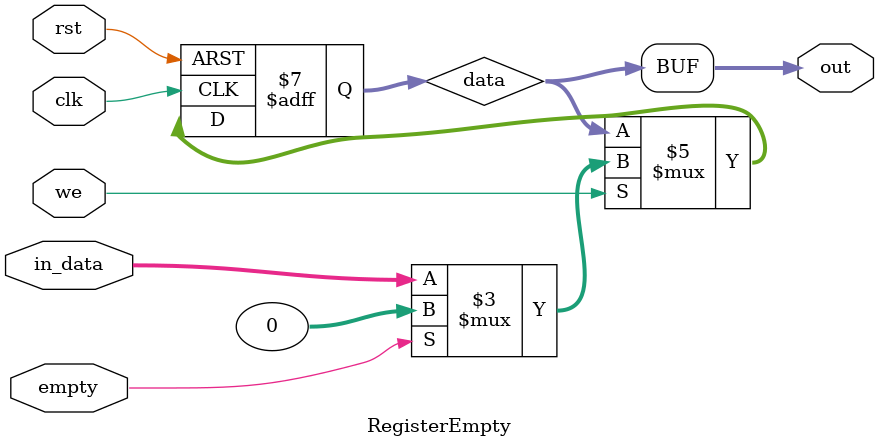
<source format=v>
module RegisterEmpty #(parameter SIZE = 32) (clk, rst, empty, we, in_data, out);
    input clk, rst, we, empty;
    input [SIZE-1:0] in_data;
    reg [SIZE-1:0] data;
    output [SIZE-1:0] out;
    assign out = data;
    always @(posedge clk, posedge rst) begin
        if (rst)
            data <= 0;
        else begin
            if (we) begin
                if (empty)
                    data <= 0;
                else
                    data <= in_data;
            end
        end
    end

endmodule
</source>
